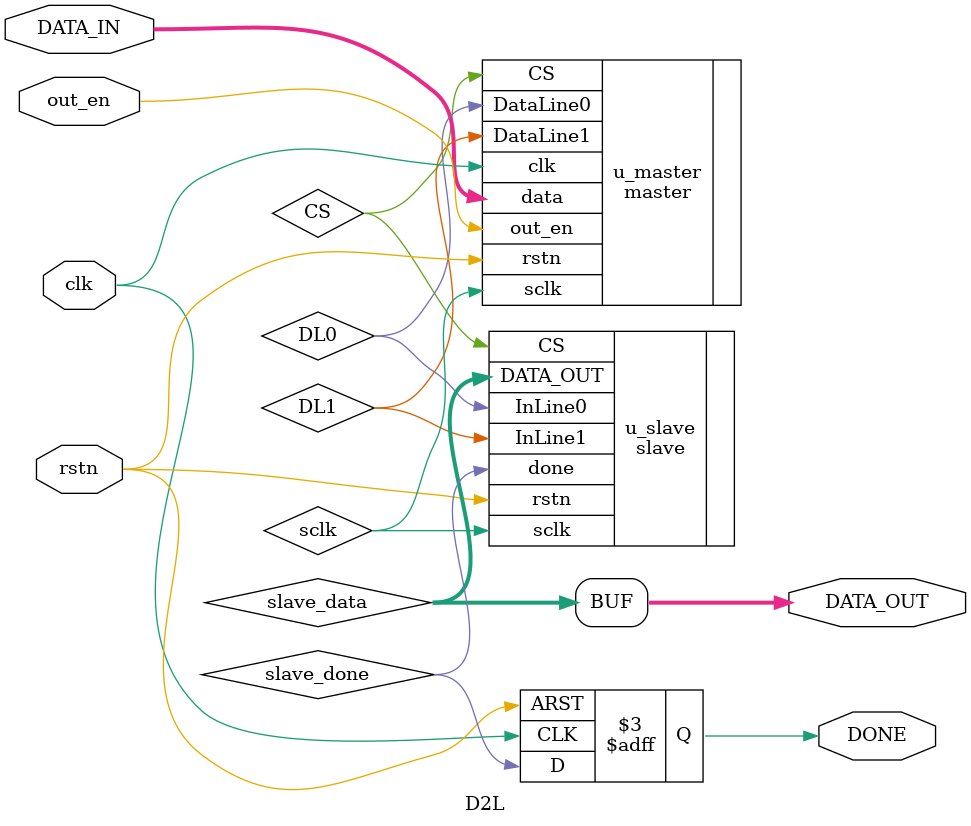
<source format=v>
module D2L (
    input        clk,
    input        rstn,

    input        out_en,          // one-cycle start pulse
    input [63:0] DATA_IN,         // {width[6:0], payload[63:0]}

    output reg        DONE,        // one-cycle completion pulse
    output     [63:0] DATA_OUT
);

    /* ---------------- Internal interconnect ---------------- */
    wire sclk;
    wire CS;
    wire DL0;
    wire DL1;

    wire slave_done;
    wire [63:0] slave_data;

    /* ---------------- Master instance ---------------- */
    master u_master (
        .clk        (clk),
        .rstn       (rstn),
        .out_en     (out_en),
        .data       (DATA_IN),
        .sclk       (sclk),
        .DataLine0  (DL0),
        .DataLine1  (DL1),
        .CS         (CS)
    );

    /* ---------------- Slave instance ---------------- */
    slave #(
        .DATA_WIDTH(64)
    ) u_slave (
        .sclk      (sclk),
        .rstn      (rstn),
        .InLine0   (DL0),
        .InLine1   (DL1),
        .CS        (CS),
        .done      (slave_done),
        .DATA_OUT  (slave_data)
    );

    /* ---------------- DONE pulse generation ---------------- */
    always @(posedge clk or negedge rstn) begin
        if (!rstn)
            DONE <= 1'b0;
        else
            DONE <= slave_done;   // one-cycle pulse
    end

    assign DATA_OUT = slave_data;

endmodule

</source>
